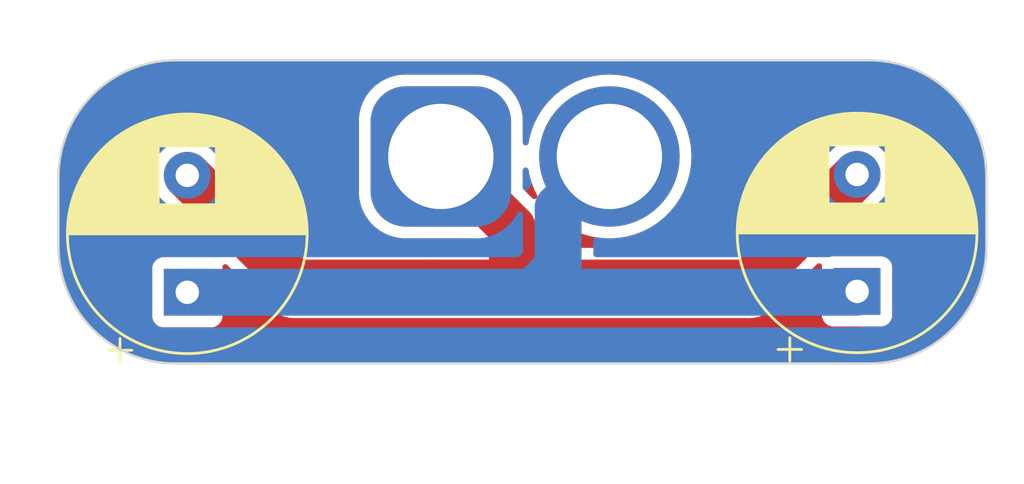
<source format=kicad_pcb>
(kicad_pcb (version 20221018) (generator pcbnew)
  (layers (0 "F.Cu" signal) (31 "B.Cu" signal) (34 "B.Paste" user) (35 "F.Paste" user) (36 "B.SilkS" user "B.Silkscreen") (37 "F.SilkS" user "F.Silkscreen") (38 "B.Mask" user) (39 "F.Mask" user) (44 "Edge.Cuts" user))
  (net 0 "")
  (footprint "Connector_AMASS:AMASS_XT60-F_1x02_P7.20mm_Vertical" (layer "F.Cu") (at 141.24 97.16)
    (fp_text reference "REF**" hide)
    (fp_text value "AMASS_XT60-F_1x02_P7.20mm_Vertical" hide)
    (pad "1" thru_hole roundrect (at 0 0) (size 6 6) (drill 4.5) (layers "*.Cu" "*.Mask"))
    (pad "2" thru_hole circle (at 7.2 0) (size 6 6) (drill 4.5) (layers "*.Cu" "*.Mask"))
  )
  (footprint "Capacitor_THT:CP_Radial_D10.0mm_P5.00mm" (layer "F.Cu") (at 159.02 102.93 90)
    (fp_text reference "REF**" hide)
    (fp_text value "CP_Radial_D10.0mm_P5.00mm" hide)
    (fp_line (start -2.979646 -2.875) (end -1.979646 -2.875) (stroke (width 0.12)) (layer "F.SilkS"))
    (fp_line (start -2.479646 -3.375) (end -2.479646 -2.375) (stroke (width 0.12)) (layer "F.SilkS"))
    (fp_line (start 2.5 -5.08) (end 2.5 5.08) (stroke (width 0.12)) (layer "F.SilkS"))
    (fp_line (start 2.54 -5.08) (end 2.54 5.08) (stroke (width 0.12)) (layer "F.SilkS"))
    (fp_line (start 2.58 -5.08) (end 2.58 5.08) (stroke (width 0.12)) (layer "F.SilkS"))
    (fp_line (start 2.62 -5.079) (end 2.62 5.079) (stroke (width 0.12)) (layer "F.SilkS"))
    (fp_line (start 2.66 -5.078) (end 2.66 5.078) (stroke (width 0.12)) (layer "F.SilkS"))
    (fp_line (start 2.7 -5.077) (end 2.7 5.077) (stroke (width 0.12)) (layer "F.SilkS"))
    (fp_line (start 2.74 -5.075) (end 2.74 5.075) (stroke (width 0.12)) (layer "F.SilkS"))
    (fp_line (start 2.78 -5.073) (end 2.78 5.073) (stroke (width 0.12)) (layer "F.SilkS"))
    (fp_line (start 2.82 -5.07) (end 2.82 5.07) (stroke (width 0.12)) (layer "F.SilkS"))
    (fp_line (start 2.86 -5.068) (end 2.86 5.068) (stroke (width 0.12)) (layer "F.SilkS"))
    (fp_line (start 2.9 -5.065) (end 2.9 5.065) (stroke (width 0.12)) (layer "F.SilkS"))
    (fp_line (start 2.94 -5.062) (end 2.94 5.062) (stroke (width 0.12)) (layer "F.SilkS"))
    (fp_line (start 2.98 -5.058) (end 2.98 5.058) (stroke (width 0.12)) (layer "F.SilkS"))
    (fp_line (start 3.02 -5.054) (end 3.02 5.054) (stroke (width 0.12)) (layer "F.SilkS"))
    (fp_line (start 3.06 -5.05) (end 3.06 5.05) (stroke (width 0.12)) (layer "F.SilkS"))
    (fp_line (start 3.1 -5.045) (end 3.1 5.045) (stroke (width 0.12)) (layer "F.SilkS"))
    (fp_line (start 3.14 -5.04) (end 3.14 5.04) (stroke (width 0.12)) (layer "F.SilkS"))
    (fp_line (start 3.18 -5.035) (end 3.18 5.035) (stroke (width 0.12)) (layer "F.SilkS"))
    (fp_line (start 3.221 -5.03) (end 3.221 5.03) (stroke (width 0.12)) (layer "F.SilkS"))
    (fp_line (start 3.261 -5.024) (end 3.261 5.024) (stroke (width 0.12)) (layer "F.SilkS"))
    (fp_line (start 3.301 -5.018) (end 3.301 5.018) (stroke (width 0.12)) (layer "F.SilkS"))
    (fp_line (start 3.341 -5.011) (end 3.341 5.011) (stroke (width 0.12)) (layer "F.SilkS"))
    (fp_line (start 3.381 -5.004) (end 3.381 5.004) (stroke (width 0.12)) (layer "F.SilkS"))
    (fp_line (start 3.421 -4.997) (end 3.421 4.997) (stroke (width 0.12)) (layer "F.SilkS"))
    (fp_line (start 3.461 -4.99) (end 3.461 4.99) (stroke (width 0.12)) (layer "F.SilkS"))
    (fp_line (start 3.501 -4.982) (end 3.501 4.982) (stroke (width 0.12)) (layer "F.SilkS"))
    (fp_line (start 3.541 -4.974) (end 3.541 4.974) (stroke (width 0.12)) (layer "F.SilkS"))
    (fp_line (start 3.581 -4.965) (end 3.581 4.965) (stroke (width 0.12)) (layer "F.SilkS"))
    (fp_line (start 3.621 -4.956) (end 3.621 4.956) (stroke (width 0.12)) (layer "F.SilkS"))
    (fp_line (start 3.661 -4.947) (end 3.661 4.947) (stroke (width 0.12)) (layer "F.SilkS"))
    (fp_line (start 3.701 -4.938) (end 3.701 4.938) (stroke (width 0.12)) (layer "F.SilkS"))
    (fp_line (start 3.741 -4.928) (end 3.741 4.928) (stroke (width 0.12)) (layer "F.SilkS"))
    (fp_line (start 3.781 -4.918) (end 3.781 -1.241) (stroke (width 0.12)) (layer "F.SilkS"))
    (fp_line (start 3.781 1.241) (end 3.781 4.918) (stroke (width 0.12)) (layer "F.SilkS"))
    (fp_line (start 3.821 -4.907) (end 3.821 -1.241) (stroke (width 0.12)) (layer "F.SilkS"))
    (fp_line (start 3.821 1.241) (end 3.821 4.907) (stroke (width 0.12)) (layer "F.SilkS"))
    (fp_line (start 3.861 -4.897) (end 3.861 -1.241) (stroke (width 0.12)) (layer "F.SilkS"))
    (fp_line (start 3.861 1.241) (end 3.861 4.897) (stroke (width 0.12)) (layer "F.SilkS"))
    (fp_line (start 3.901 -4.885) (end 3.901 -1.241) (stroke (width 0.12)) (layer "F.SilkS"))
    (fp_line (start 3.901 1.241) (end 3.901 4.885) (stroke (width 0.12)) (layer "F.SilkS"))
    (fp_line (start 3.941 -4.874) (end 3.941 -1.241) (stroke (width 0.12)) (layer "F.SilkS"))
    (fp_line (start 3.941 1.241) (end 3.941 4.874) (stroke (width 0.12)) (layer "F.SilkS"))
    (fp_line (start 3.981 -4.862) (end 3.981 -1.241) (stroke (width 0.12)) (layer "F.SilkS"))
    (fp_line (start 3.981 1.241) (end 3.981 4.862) (stroke (width 0.12)) (layer "F.SilkS"))
    (fp_line (start 4.021 -4.85) (end 4.021 -1.241) (stroke (width 0.12)) (layer "F.SilkS"))
    (fp_line (start 4.021 1.241) (end 4.021 4.85) (stroke (width 0.12)) (layer "F.SilkS"))
    (fp_line (start 4.061 -4.837) (end 4.061 -1.241) (stroke (width 0.12)) (layer "F.SilkS"))
    (fp_line (start 4.061 1.241) (end 4.061 4.837) (stroke (width 0.12)) (layer "F.SilkS"))
    (fp_line (start 4.101 -4.824) (end 4.101 -1.241) (stroke (width 0.12)) (layer "F.SilkS"))
    (fp_line (start 4.101 1.241) (end 4.101 4.824) (stroke (width 0.12)) (layer "F.SilkS"))
    (fp_line (start 4.141 -4.811) (end 4.141 -1.241) (stroke (width 0.12)) (layer "F.SilkS"))
    (fp_line (start 4.141 1.241) (end 4.141 4.811) (stroke (width 0.12)) (layer "F.SilkS"))
    (fp_line (start 4.181 -4.797) (end 4.181 -1.241) (stroke (width 0.12)) (layer "F.SilkS"))
    (fp_line (start 4.181 1.241) (end 4.181 4.797) (stroke (width 0.12)) (layer "F.SilkS"))
    (fp_line (start 4.221 -4.783) (end 4.221 -1.241) (stroke (width 0.12)) (layer "F.SilkS"))
    (fp_line (start 4.221 1.241) (end 4.221 4.783) (stroke (width 0.12)) (layer "F.SilkS"))
    (fp_line (start 4.261 -4.768) (end 4.261 -1.241) (stroke (width 0.12)) (layer "F.SilkS"))
    (fp_line (start 4.261 1.241) (end 4.261 4.768) (stroke (width 0.12)) (layer "F.SilkS"))
    (fp_line (start 4.301 -4.754) (end 4.301 -1.241) (stroke (width 0.12)) (layer "F.SilkS"))
    (fp_line (start 4.301 1.241) (end 4.301 4.754) (stroke (width 0.12)) (layer "F.SilkS"))
    (fp_line (start 4.341 -4.738) (end 4.341 -1.241) (stroke (width 0.12)) (layer "F.SilkS"))
    (fp_line (start 4.341 1.241) (end 4.341 4.738) (stroke (width 0.12)) (layer "F.SilkS"))
    (fp_line (start 4.381 -4.723) (end 4.381 -1.241) (stroke (width 0.12)) (layer "F.SilkS"))
    (fp_line (start 4.381 1.241) (end 4.381 4.723) (stroke (width 0.12)) (layer "F.SilkS"))
    (fp_line (start 4.421 -4.707) (end 4.421 -1.241) (stroke (width 0.12)) (layer "F.SilkS"))
    (fp_line (start 4.421 1.241) (end 4.421 4.707) (stroke (width 0.12)) (layer "F.SilkS"))
    (fp_line (start 4.461 -4.69) (end 4.461 -1.241) (stroke (width 0.12)) (layer "F.SilkS"))
    (fp_line (start 4.461 1.241) (end 4.461 4.69) (stroke (width 0.12)) (layer "F.SilkS"))
    (fp_line (start 4.501 -4.674) (end 4.501 -1.241) (stroke (width 0.12)) (layer "F.SilkS"))
    (fp_line (start 4.501 1.241) (end 4.501 4.674) (stroke (width 0.12)) (layer "F.SilkS"))
    (fp_line (start 4.541 -4.657) (end 4.541 -1.241) (stroke (width 0.12)) (layer "F.SilkS"))
    (fp_line (start 4.541 1.241) (end 4.541 4.657) (stroke (width 0.12)) (layer "F.SilkS"))
    (fp_line (start 4.581 -4.639) (end 4.581 -1.241) (stroke (width 0.12)) (layer "F.SilkS"))
    (fp_line (start 4.581 1.241) (end 4.581 4.639) (stroke (width 0.12)) (layer "F.SilkS"))
    (fp_line (start 4.621 -4.621) (end 4.621 -1.241) (stroke (width 0.12)) (layer "F.SilkS"))
    (fp_line (start 4.621 1.241) (end 4.621 4.621) (stroke (width 0.12)) (layer "F.SilkS"))
    (fp_line (start 4.661 -4.603) (end 4.661 -1.241) (stroke (width 0.12)) (layer "F.SilkS"))
    (fp_line (start 4.661 1.241) (end 4.661 4.603) (stroke (width 0.12)) (layer "F.SilkS"))
    (fp_line (start 4.701 -4.584) (end 4.701 -1.241) (stroke (width 0.12)) (layer "F.SilkS"))
    (fp_line (start 4.701 1.241) (end 4.701 4.584) (stroke (width 0.12)) (layer "F.SilkS"))
    (fp_line (start 4.741 -4.564) (end 4.741 -1.241) (stroke (width 0.12)) (layer "F.SilkS"))
    (fp_line (start 4.741 1.241) (end 4.741 4.564) (stroke (width 0.12)) (layer "F.SilkS"))
    (fp_line (start 4.781 -4.545) (end 4.781 -1.241) (stroke (width 0.12)) (layer "F.SilkS"))
    (fp_line (start 4.781 1.241) (end 4.781 4.545) (stroke (width 0.12)) (layer "F.SilkS"))
    (fp_line (start 4.821 -4.525) (end 4.821 -1.241) (stroke (width 0.12)) (layer "F.SilkS"))
    (fp_line (start 4.821 1.241) (end 4.821 4.525) (stroke (width 0.12)) (layer "F.SilkS"))
    (fp_line (start 4.861 -4.504) (end 4.861 -1.241) (stroke (width 0.12)) (layer "F.SilkS"))
    (fp_line (start 4.861 1.241) (end 4.861 4.504) (stroke (width 0.12)) (layer "F.SilkS"))
    (fp_line (start 4.901 -4.483) (end 4.901 -1.241) (stroke (width 0.12)) (layer "F.SilkS"))
    (fp_line (start 4.901 1.241) (end 4.901 4.483) (stroke (width 0.12)) (layer "F.SilkS"))
    (fp_line (start 4.941 -4.462) (end 4.941 -1.241) (stroke (width 0.12)) (layer "F.SilkS"))
    (fp_line (start 4.941 1.241) (end 4.941 4.462) (stroke (width 0.12)) (layer "F.SilkS"))
    (fp_line (start 4.981 -4.44) (end 4.981 -1.241) (stroke (width 0.12)) (layer "F.SilkS"))
    (fp_line (start 4.981 1.241) (end 4.981 4.44) (stroke (width 0.12)) (layer "F.SilkS"))
    (fp_line (start 5.021 -4.417) (end 5.021 -1.241) (stroke (width 0.12)) (layer "F.SilkS"))
    (fp_line (start 5.021 1.241) (end 5.021 4.417) (stroke (width 0.12)) (layer "F.SilkS"))
    (fp_line (start 5.061 -4.395) (end 5.061 -1.241) (stroke (width 0.12)) (layer "F.SilkS"))
    (fp_line (start 5.061 1.241) (end 5.061 4.395) (stroke (width 0.12)) (layer "F.SilkS"))
    (fp_line (start 5.101 -4.371) (end 5.101 -1.241) (stroke (width 0.12)) (layer "F.SilkS"))
    (fp_line (start 5.101 1.241) (end 5.101 4.371) (stroke (width 0.12)) (layer "F.SilkS"))
    (fp_line (start 5.141 -4.347) (end 5.141 -1.241) (stroke (width 0.12)) (layer "F.SilkS"))
    (fp_line (start 5.141 1.241) (end 5.141 4.347) (stroke (width 0.12)) (layer "F.SilkS"))
    (fp_line (start 5.181 -4.323) (end 5.181 -1.241) (stroke (width 0.12)) (layer "F.SilkS"))
    (fp_line (start 5.181 1.241) (end 5.181 4.323) (stroke (width 0.12)) (layer "F.SilkS"))
    (fp_line (start 5.221 -4.298) (end 5.221 -1.241) (stroke (width 0.12)) (layer "F.SilkS"))
    (fp_line (start 5.221 1.241) (end 5.221 4.298) (stroke (width 0.12)) (layer "F.SilkS"))
    (fp_line (start 5.261 -4.273) (end 5.261 -1.241) (stroke (width 0.12)) (layer "F.SilkS"))
    (fp_line (start 5.261 1.241) (end 5.261 4.273) (stroke (width 0.12)) (layer "F.SilkS"))
    (fp_line (start 5.301 -4.247) (end 5.301 -1.241) (stroke (width 0.12)) (layer "F.SilkS"))
    (fp_line (start 5.301 1.241) (end 5.301 4.247) (stroke (width 0.12)) (layer "F.SilkS"))
    (fp_line (start 5.341 -4.221) (end 5.341 -1.241) (stroke (width 0.12)) (layer "F.SilkS"))
    (fp_line (start 5.341 1.241) (end 5.341 4.221) (stroke (width 0.12)) (layer "F.SilkS"))
    (fp_line (start 5.381 -4.194) (end 5.381 -1.241) (stroke (width 0.12)) (layer "F.SilkS"))
    (fp_line (start 5.381 1.241) (end 5.381 4.194) (stroke (width 0.12)) (layer "F.SilkS"))
    (fp_line (start 5.421 -4.166) (end 5.421 -1.241) (stroke (width 0.12)) (layer "F.SilkS"))
    (fp_line (start 5.421 1.241) (end 5.421 4.166) (stroke (width 0.12)) (layer "F.SilkS"))
    (fp_line (start 5.461 -4.138) (end 5.461 -1.241) (stroke (width 0.12)) (layer "F.SilkS"))
    (fp_line (start 5.461 1.241) (end 5.461 4.138) (stroke (width 0.12)) (layer "F.SilkS"))
    (fp_line (start 5.501 -4.11) (end 5.501 -1.241) (stroke (width 0.12)) (layer "F.SilkS"))
    (fp_line (start 5.501 1.241) (end 5.501 4.11) (stroke (width 0.12)) (layer "F.SilkS"))
    (fp_line (start 5.541 -4.08) (end 5.541 -1.241) (stroke (width 0.12)) (layer "F.SilkS"))
    (fp_line (start 5.541 1.241) (end 5.541 4.08) (stroke (width 0.12)) (layer "F.SilkS"))
    (fp_line (start 5.581 -4.05) (end 5.581 -1.241) (stroke (width 0.12)) (layer "F.SilkS"))
    (fp_line (start 5.581 1.241) (end 5.581 4.05) (stroke (width 0.12)) (layer "F.SilkS"))
    (fp_line (start 5.621 -4.02) (end 5.621 -1.241) (stroke (width 0.12)) (layer "F.SilkS"))
    (fp_line (start 5.621 1.241) (end 5.621 4.02) (stroke (width 0.12)) (layer "F.SilkS"))
    (fp_line (start 5.661 -3.989) (end 5.661 -1.241) (stroke (width 0.12)) (layer "F.SilkS"))
    (fp_line (start 5.661 1.241) (end 5.661 3.989) (stroke (width 0.12)) (layer "F.SilkS"))
    (fp_line (start 5.701 -3.957) (end 5.701 -1.241) (stroke (width 0.12)) (layer "F.SilkS"))
    (fp_line (start 5.701 1.241) (end 5.701 3.957) (stroke (width 0.12)) (layer "F.SilkS"))
    (fp_line (start 5.741 -3.925) (end 5.741 -1.241) (stroke (width 0.12)) (layer "F.SilkS"))
    (fp_line (start 5.741 1.241) (end 5.741 3.925) (stroke (width 0.12)) (layer "F.SilkS"))
    (fp_line (start 5.781 -3.892) (end 5.781 -1.241) (stroke (width 0.12)) (layer "F.SilkS"))
    (fp_line (start 5.781 1.241) (end 5.781 3.892) (stroke (width 0.12)) (layer "F.SilkS"))
    (fp_line (start 5.821 -3.858) (end 5.821 -1.241) (stroke (width 0.12)) (layer "F.SilkS"))
    (fp_line (start 5.821 1.241) (end 5.821 3.858) (stroke (width 0.12)) (layer "F.SilkS"))
    (fp_line (start 5.861 -3.824) (end 5.861 -1.241) (stroke (width 0.12)) (layer "F.SilkS"))
    (fp_line (start 5.861 1.241) (end 5.861 3.824) (stroke (width 0.12)) (layer "F.SilkS"))
    (fp_line (start 5.901 -3.789) (end 5.901 -1.241) (stroke (width 0.12)) (layer "F.SilkS"))
    (fp_line (start 5.901 1.241) (end 5.901 3.789) (stroke (width 0.12)) (layer "F.SilkS"))
    (fp_line (start 5.941 -3.753) (end 5.941 -1.241) (stroke (width 0.12)) (layer "F.SilkS"))
    (fp_line (start 5.941 1.241) (end 5.941 3.753) (stroke (width 0.12)) (layer "F.SilkS"))
    (fp_line (start 5.981 -3.716) (end 5.981 -1.241) (stroke (width 0.12)) (layer "F.SilkS"))
    (fp_line (start 5.981 1.241) (end 5.981 3.716) (stroke (width 0.12)) (layer "F.SilkS"))
    (fp_line (start 6.021 -3.679) (end 6.021 -1.241) (stroke (width 0.12)) (layer "F.SilkS"))
    (fp_line (start 6.021 1.241) (end 6.021 3.679) (stroke (width 0.12)) (layer "F.SilkS"))
    (fp_line (start 6.061 -3.64) (end 6.061 -1.241) (stroke (width 0.12)) (layer "F.SilkS"))
    (fp_line (start 6.061 1.241) (end 6.061 3.64) (stroke (width 0.12)) (layer "F.SilkS"))
    (fp_line (start 6.101 -3.601) (end 6.101 -1.241) (stroke (width 0.12)) (layer "F.SilkS"))
    (fp_line (start 6.101 1.241) (end 6.101 3.601) (stroke (width 0.12)) (layer "F.SilkS"))
    (fp_line (start 6.141 -3.561) (end 6.141 -1.241) (stroke (width 0.12)) (layer "F.SilkS"))
    (fp_line (start 6.141 1.241) (end 6.141 3.561) (stroke (width 0.12)) (layer "F.SilkS"))
    (fp_line (start 6.181 -3.52) (end 6.181 -1.241) (stroke (width 0.12)) (layer "F.SilkS"))
    (fp_line (start 6.181 1.241) (end 6.181 3.52) (stroke (width 0.12)) (layer "F.SilkS"))
    (fp_line (start 6.221 -3.478) (end 6.221 -1.241) (stroke (width 0.12)) (layer "F.SilkS"))
    (fp_line (start 6.221 1.241) (end 6.221 3.478) (stroke (width 0.12)) (layer "F.SilkS"))
    (fp_line (start 6.261 -3.436) (end 6.261 3.436) (stroke (width 0.12)) (layer "F.SilkS"))
    (fp_line (start 6.301 -3.392) (end 6.301 3.392) (stroke (width 0.12)) (layer "F.SilkS"))
    (fp_line (start 6.341 -3.347) (end 6.341 3.347) (stroke (width 0.12)) (layer "F.SilkS"))
    (fp_line (start 6.381 -3.301) (end 6.381 3.301) (stroke (width 0.12)) (layer "F.SilkS"))
    (fp_line (start 6.421 -3.254) (end 6.421 3.254) (stroke (width 0.12)) (layer "F.SilkS"))
    (fp_line (start 6.461 -3.206) (end 6.461 3.206) (stroke (width 0.12)) (layer "F.SilkS"))
    (fp_line (start 6.501 -3.156) (end 6.501 3.156) (stroke (width 0.12)) (layer "F.SilkS"))
    (fp_line (start 6.541 -3.106) (end 6.541 3.106) (stroke (width 0.12)) (layer "F.SilkS"))
    (fp_line (start 6.581 -3.054) (end 6.581 3.054) (stroke (width 0.12)) (layer "F.SilkS"))
    (fp_line (start 6.621 -3) (end 6.621 3) (stroke (width 0.12)) (layer "F.SilkS"))
    (fp_line (start 6.661 -2.945) (end 6.661 2.945) (stroke (width 0.12)) (layer "F.SilkS"))
    (fp_line (start 6.701 -2.889) (end 6.701 2.889) (stroke (width 0.12)) (layer "F.SilkS"))
    (fp_line (start 6.741 -2.83) (end 6.741 2.83) (stroke (width 0.12)) (layer "F.SilkS"))
    (fp_line (start 6.781 -2.77) (end 6.781 2.77) (stroke (width 0.12)) (layer "F.SilkS"))
    (fp_line (start 6.821 -2.709) (end 6.821 2.709) (stroke (width 0.12)) (layer "F.SilkS"))
    (fp_line (start 6.861 -2.645) (end 6.861 2.645) (stroke (width 0.12)) (layer "F.SilkS"))
    (fp_line (start 6.901 -2.579) (end 6.901 2.579) (stroke (width 0.12)) (layer "F.SilkS"))
    (fp_line (start 6.941 -2.51) (end 6.941 2.51) (stroke (width 0.12)) (layer "F.SilkS"))
    (fp_line (start 6.981 -2.439) (end 6.981 2.439) (stroke (width 0.12)) (layer "F.SilkS"))
    (fp_line (start 7.021 -2.365) (end 7.021 2.365) (stroke (width 0.12)) (layer "F.SilkS"))
    (fp_line (start 7.061 -2.289) (end 7.061 2.289) (stroke (width 0.12)) (layer "F.SilkS"))
    (fp_line (start 7.101 -2.209) (end 7.101 2.209) (stroke (width 0.12)) (layer "F.SilkS"))
    (fp_line (start 7.141 -2.125) (end 7.141 2.125) (stroke (width 0.12)) (layer "F.SilkS"))
    (fp_line (start 7.181 -2.037) (end 7.181 2.037) (stroke (width 0.12)) (layer "F.SilkS"))
    (fp_line (start 7.221 -1.944) (end 7.221 1.944) (stroke (width 0.12)) (layer "F.SilkS"))
    (fp_line (start 7.261 -1.846) (end 7.261 1.846) (stroke (width 0.12)) (layer "F.SilkS"))
    (fp_line (start 7.301 -1.742) (end 7.301 1.742) (stroke (width 0.12)) (layer "F.SilkS"))
    (fp_line (start 7.341 -1.63) (end 7.341 1.63) (stroke (width 0.12)) (layer "F.SilkS"))
    (fp_line (start 7.381 -1.51) (end 7.381 1.51) (stroke (width 0.12)) (layer "F.SilkS"))
    (fp_line (start 7.421 -1.378) (end 7.421 1.378) (stroke (width 0.12)) (layer "F.SilkS"))
    (fp_line (start 7.461 -1.23) (end 7.461 1.23) (stroke (width 0.12)) (layer "F.SilkS"))
    (fp_line (start 7.501 -1.062) (end 7.501 1.062) (stroke (width 0.12)) (layer "F.SilkS"))
    (fp_line (start 7.541 -0.862) (end 7.541 0.862) (stroke (width 0.12)) (layer "F.SilkS"))
    (fp_line (start 7.581 -0.599) (end 7.581 0.599) (stroke (width 0.12)) (layer "F.SilkS"))
    (fp_circle (center 2.5 0) (end 7.62 0) (stroke (width 0.12)) (fill none) (layer "F.SilkS"))
    (pad "1" thru_hole rect (at 0 0 90) (size 2 2) (drill 1) (layers "*.Cu" "*.Mask"))
    (pad "2" thru_hole circle (at 5 0 90) (size 2 2) (drill 1) (layers "*.Cu" "*.Mask"))
  )
  (footprint "Capacitor_THT:CP_Radial_D10.0mm_P5.00mm" (layer "F.Cu") (at 130.41 102.967677 90)
    (fp_text reference "REF**" hide)
    (fp_text value "CP_Radial_D10.0mm_P5.00mm" hide)
    (fp_line (start -2.979646 -2.875) (end -1.979646 -2.875) (stroke (width 0.12)) (layer "F.SilkS"))
    (fp_line (start -2.479646 -3.375) (end -2.479646 -2.375) (stroke (width 0.12)) (layer "F.SilkS"))
    (fp_line (start 2.5 -5.08) (end 2.5 5.08) (stroke (width 0.12)) (layer "F.SilkS"))
    (fp_line (start 2.54 -5.08) (end 2.54 5.08) (stroke (width 0.12)) (layer "F.SilkS"))
    (fp_line (start 2.58 -5.08) (end 2.58 5.08) (stroke (width 0.12)) (layer "F.SilkS"))
    (fp_line (start 2.62 -5.079) (end 2.62 5.079) (stroke (width 0.12)) (layer "F.SilkS"))
    (fp_line (start 2.66 -5.078) (end 2.66 5.078) (stroke (width 0.12)) (layer "F.SilkS"))
    (fp_line (start 2.7 -5.077) (end 2.7 5.077) (stroke (width 0.12)) (layer "F.SilkS"))
    (fp_line (start 2.74 -5.075) (end 2.74 5.075) (stroke (width 0.12)) (layer "F.SilkS"))
    (fp_line (start 2.78 -5.073) (end 2.78 5.073) (stroke (width 0.12)) (layer "F.SilkS"))
    (fp_line (start 2.82 -5.07) (end 2.82 5.07) (stroke (width 0.12)) (layer "F.SilkS"))
    (fp_line (start 2.86 -5.068) (end 2.86 5.068) (stroke (width 0.12)) (layer "F.SilkS"))
    (fp_line (start 2.9 -5.065) (end 2.9 5.065) (stroke (width 0.12)) (layer "F.SilkS"))
    (fp_line (start 2.94 -5.062) (end 2.94 5.062) (stroke (width 0.12)) (layer "F.SilkS"))
    (fp_line (start 2.98 -5.058) (end 2.98 5.058) (stroke (width 0.12)) (layer "F.SilkS"))
    (fp_line (start 3.02 -5.054) (end 3.02 5.054) (stroke (width 0.12)) (layer "F.SilkS"))
    (fp_line (start 3.06 -5.05) (end 3.06 5.05) (stroke (width 0.12)) (layer "F.SilkS"))
    (fp_line (start 3.1 -5.045) (end 3.1 5.045) (stroke (width 0.12)) (layer "F.SilkS"))
    (fp_line (start 3.14 -5.04) (end 3.14 5.04) (stroke (width 0.12)) (layer "F.SilkS"))
    (fp_line (start 3.18 -5.035) (end 3.18 5.035) (stroke (width 0.12)) (layer "F.SilkS"))
    (fp_line (start 3.221 -5.03) (end 3.221 5.03) (stroke (width 0.12)) (layer "F.SilkS"))
    (fp_line (start 3.261 -5.024) (end 3.261 5.024) (stroke (width 0.12)) (layer "F.SilkS"))
    (fp_line (start 3.301 -5.018) (end 3.301 5.018) (stroke (width 0.12)) (layer "F.SilkS"))
    (fp_line (start 3.341 -5.011) (end 3.341 5.011) (stroke (width 0.12)) (layer "F.SilkS"))
    (fp_line (start 3.381 -5.004) (end 3.381 5.004) (stroke (width 0.12)) (layer "F.SilkS"))
    (fp_line (start 3.421 -4.997) (end 3.421 4.997) (stroke (width 0.12)) (layer "F.SilkS"))
    (fp_line (start 3.461 -4.99) (end 3.461 4.99) (stroke (width 0.12)) (layer "F.SilkS"))
    (fp_line (start 3.501 -4.982) (end 3.501 4.982) (stroke (width 0.12)) (layer "F.SilkS"))
    (fp_line (start 3.541 -4.974) (end 3.541 4.974) (stroke (width 0.12)) (layer "F.SilkS"))
    (fp_line (start 3.581 -4.965) (end 3.581 4.965) (stroke (width 0.12)) (layer "F.SilkS"))
    (fp_line (start 3.621 -4.956) (end 3.621 4.956) (stroke (width 0.12)) (layer "F.SilkS"))
    (fp_line (start 3.661 -4.947) (end 3.661 4.947) (stroke (width 0.12)) (layer "F.SilkS"))
    (fp_line (start 3.701 -4.938) (end 3.701 4.938) (stroke (width 0.12)) (layer "F.SilkS"))
    (fp_line (start 3.741 -4.928) (end 3.741 4.928) (stroke (width 0.12)) (layer "F.SilkS"))
    (fp_line (start 3.781 -4.918) (end 3.781 -1.241) (stroke (width 0.12)) (layer "F.SilkS"))
    (fp_line (start 3.781 1.241) (end 3.781 4.918) (stroke (width 0.12)) (layer "F.SilkS"))
    (fp_line (start 3.821 -4.907) (end 3.821 -1.241) (stroke (width 0.12)) (layer "F.SilkS"))
    (fp_line (start 3.821 1.241) (end 3.821 4.907) (stroke (width 0.12)) (layer "F.SilkS"))
    (fp_line (start 3.861 -4.897) (end 3.861 -1.241) (stroke (width 0.12)) (layer "F.SilkS"))
    (fp_line (start 3.861 1.241) (end 3.861 4.897) (stroke (width 0.12)) (layer "F.SilkS"))
    (fp_line (start 3.901 -4.885) (end 3.901 -1.241) (stroke (width 0.12)) (layer "F.SilkS"))
    (fp_line (start 3.901 1.241) (end 3.901 4.885) (stroke (width 0.12)) (layer "F.SilkS"))
    (fp_line (start 3.941 -4.874) (end 3.941 -1.241) (stroke (width 0.12)) (layer "F.SilkS"))
    (fp_line (start 3.941 1.241) (end 3.941 4.874) (stroke (width 0.12)) (layer "F.SilkS"))
    (fp_line (start 3.981 -4.862) (end 3.981 -1.241) (stroke (width 0.12)) (layer "F.SilkS"))
    (fp_line (start 3.981 1.241) (end 3.981 4.862) (stroke (width 0.12)) (layer "F.SilkS"))
    (fp_line (start 4.021 -4.85) (end 4.021 -1.241) (stroke (width 0.12)) (layer "F.SilkS"))
    (fp_line (start 4.021 1.241) (end 4.021 4.85) (stroke (width 0.12)) (layer "F.SilkS"))
    (fp_line (start 4.061 -4.837) (end 4.061 -1.241) (stroke (width 0.12)) (layer "F.SilkS"))
    (fp_line (start 4.061 1.241) (end 4.061 4.837) (stroke (width 0.12)) (layer "F.SilkS"))
    (fp_line (start 4.101 -4.824) (end 4.101 -1.241) (stroke (width 0.12)) (layer "F.SilkS"))
    (fp_line (start 4.101 1.241) (end 4.101 4.824) (stroke (width 0.12)) (layer "F.SilkS"))
    (fp_line (start 4.141 -4.811) (end 4.141 -1.241) (stroke (width 0.12)) (layer "F.SilkS"))
    (fp_line (start 4.141 1.241) (end 4.141 4.811) (stroke (width 0.12)) (layer "F.SilkS"))
    (fp_line (start 4.181 -4.797) (end 4.181 -1.241) (stroke (width 0.12)) (layer "F.SilkS"))
    (fp_line (start 4.181 1.241) (end 4.181 4.797) (stroke (width 0.12)) (layer "F.SilkS"))
    (fp_line (start 4.221 -4.783) (end 4.221 -1.241) (stroke (width 0.12)) (layer "F.SilkS"))
    (fp_line (start 4.221 1.241) (end 4.221 4.783) (stroke (width 0.12)) (layer "F.SilkS"))
    (fp_line (start 4.261 -4.768) (end 4.261 -1.241) (stroke (width 0.12)) (layer "F.SilkS"))
    (fp_line (start 4.261 1.241) (end 4.261 4.768) (stroke (width 0.12)) (layer "F.SilkS"))
    (fp_line (start 4.301 -4.754) (end 4.301 -1.241) (stroke (width 0.12)) (layer "F.SilkS"))
    (fp_line (start 4.301 1.241) (end 4.301 4.754) (stroke (width 0.12)) (layer "F.SilkS"))
    (fp_line (start 4.341 -4.738) (end 4.341 -1.241) (stroke (width 0.12)) (layer "F.SilkS"))
    (fp_line (start 4.341 1.241) (end 4.341 4.738) (stroke (width 0.12)) (layer "F.SilkS"))
    (fp_line (start 4.381 -4.723) (end 4.381 -1.241) (stroke (width 0.12)) (layer "F.SilkS"))
    (fp_line (start 4.381 1.241) (end 4.381 4.723) (stroke (width 0.12)) (layer "F.SilkS"))
    (fp_line (start 4.421 -4.707) (end 4.421 -1.241) (stroke (width 0.12)) (layer "F.SilkS"))
    (fp_line (start 4.421 1.241) (end 4.421 4.707) (stroke (width 0.12)) (layer "F.SilkS"))
    (fp_line (start 4.461 -4.69) (end 4.461 -1.241) (stroke (width 0.12)) (layer "F.SilkS"))
    (fp_line (start 4.461 1.241) (end 4.461 4.69) (stroke (width 0.12)) (layer "F.SilkS"))
    (fp_line (start 4.501 -4.674) (end 4.501 -1.241) (stroke (width 0.12)) (layer "F.SilkS"))
    (fp_line (start 4.501 1.241) (end 4.501 4.674) (stroke (width 0.12)) (layer "F.SilkS"))
    (fp_line (start 4.541 -4.657) (end 4.541 -1.241) (stroke (width 0.12)) (layer "F.SilkS"))
    (fp_line (start 4.541 1.241) (end 4.541 4.657) (stroke (width 0.12)) (layer "F.SilkS"))
    (fp_line (start 4.581 -4.639) (end 4.581 -1.241) (stroke (width 0.12)) (layer "F.SilkS"))
    (fp_line (start 4.581 1.241) (end 4.581 4.639) (stroke (width 0.12)) (layer "F.SilkS"))
    (fp_line (start 4.621 -4.621) (end 4.621 -1.241) (stroke (width 0.12)) (layer "F.SilkS"))
    (fp_line (start 4.621 1.241) (end 4.621 4.621) (stroke (width 0.12)) (layer "F.SilkS"))
    (fp_line (start 4.661 -4.603) (end 4.661 -1.241) (stroke (width 0.12)) (layer "F.SilkS"))
    (fp_line (start 4.661 1.241) (end 4.661 4.603) (stroke (width 0.12)) (layer "F.SilkS"))
    (fp_line (start 4.701 -4.584) (end 4.701 -1.241) (stroke (width 0.12)) (layer "F.SilkS"))
    (fp_line (start 4.701 1.241) (end 4.701 4.584) (stroke (width 0.12)) (layer "F.SilkS"))
    (fp_line (start 4.741 -4.564) (end 4.741 -1.241) (stroke (width 0.12)) (layer "F.SilkS"))
    (fp_line (start 4.741 1.241) (end 4.741 4.564) (stroke (width 0.12)) (layer "F.SilkS"))
    (fp_line (start 4.781 -4.545) (end 4.781 -1.241) (stroke (width 0.12)) (layer "F.SilkS"))
    (fp_line (start 4.781 1.241) (end 4.781 4.545) (stroke (width 0.12)) (layer "F.SilkS"))
    (fp_line (start 4.821 -4.525) (end 4.821 -1.241) (stroke (width 0.12)) (layer "F.SilkS"))
    (fp_line (start 4.821 1.241) (end 4.821 4.525) (stroke (width 0.12)) (layer "F.SilkS"))
    (fp_line (start 4.861 -4.504) (end 4.861 -1.241) (stroke (width 0.12)) (layer "F.SilkS"))
    (fp_line (start 4.861 1.241) (end 4.861 4.504) (stroke (width 0.12)) (layer "F.SilkS"))
    (fp_line (start 4.901 -4.483) (end 4.901 -1.241) (stroke (width 0.12)) (layer "F.SilkS"))
    (fp_line (start 4.901 1.241) (end 4.901 4.483) (stroke (width 0.12)) (layer "F.SilkS"))
    (fp_line (start 4.941 -4.462) (end 4.941 -1.241) (stroke (width 0.12)) (layer "F.SilkS"))
    (fp_line (start 4.941 1.241) (end 4.941 4.462) (stroke (width 0.12)) (layer "F.SilkS"))
    (fp_line (start 4.981 -4.44) (end 4.981 -1.241) (stroke (width 0.12)) (layer "F.SilkS"))
    (fp_line (start 4.981 1.241) (end 4.981 4.44) (stroke (width 0.12)) (layer "F.SilkS"))
    (fp_line (start 5.021 -4.417) (end 5.021 -1.241) (stroke (width 0.12)) (layer "F.SilkS"))
    (fp_line (start 5.021 1.241) (end 5.021 4.417) (stroke (width 0.12)) (layer "F.SilkS"))
    (fp_line (start 5.061 -4.395) (end 5.061 -1.241) (stroke (width 0.12)) (layer "F.SilkS"))
    (fp_line (start 5.061 1.241) (end 5.061 4.395) (stroke (width 0.12)) (layer "F.SilkS"))
    (fp_line (start 5.101 -4.371) (end 5.101 -1.241) (stroke (width 0.12)) (layer "F.SilkS"))
    (fp_line (start 5.101 1.241) (end 5.101 4.371) (stroke (width 0.12)) (layer "F.SilkS"))
    (fp_line (start 5.141 -4.347) (end 5.141 -1.241) (stroke (width 0.12)) (layer "F.SilkS"))
    (fp_line (start 5.141 1.241) (end 5.141 4.347) (stroke (width 0.12)) (layer "F.SilkS"))
    (fp_line (start 5.181 -4.323) (end 5.181 -1.241) (stroke (width 0.12)) (layer "F.SilkS"))
    (fp_line (start 5.181 1.241) (end 5.181 4.323) (stroke (width 0.12)) (layer "F.SilkS"))
    (fp_line (start 5.221 -4.298) (end 5.221 -1.241) (stroke (width 0.12)) (layer "F.SilkS"))
    (fp_line (start 5.221 1.241) (end 5.221 4.298) (stroke (width 0.12)) (layer "F.SilkS"))
    (fp_line (start 5.261 -4.273) (end 5.261 -1.241) (stroke (width 0.12)) (layer "F.SilkS"))
    (fp_line (start 5.261 1.241) (end 5.261 4.273) (stroke (width 0.12)) (layer "F.SilkS"))
    (fp_line (start 5.301 -4.247) (end 5.301 -1.241) (stroke (width 0.12)) (layer "F.SilkS"))
    (fp_line (start 5.301 1.241) (end 5.301 4.247) (stroke (width 0.12)) (layer "F.SilkS"))
    (fp_line (start 5.341 -4.221) (end 5.341 -1.241) (stroke (width 0.12)) (layer "F.SilkS"))
    (fp_line (start 5.341 1.241) (end 5.341 4.221) (stroke (width 0.12)) (layer "F.SilkS"))
    (fp_line (start 5.381 -4.194) (end 5.381 -1.241) (stroke (width 0.12)) (layer "F.SilkS"))
    (fp_line (start 5.381 1.241) (end 5.381 4.194) (stroke (width 0.12)) (layer "F.SilkS"))
    (fp_line (start 5.421 -4.166) (end 5.421 -1.241) (stroke (width 0.12)) (layer "F.SilkS"))
    (fp_line (start 5.421 1.241) (end 5.421 4.166) (stroke (width 0.12)) (layer "F.SilkS"))
    (fp_line (start 5.461 -4.138) (end 5.461 -1.241) (stroke (width 0.12)) (layer "F.SilkS"))
    (fp_line (start 5.461 1.241) (end 5.461 4.138) (stroke (width 0.12)) (layer "F.SilkS"))
    (fp_line (start 5.501 -4.11) (end 5.501 -1.241) (stroke (width 0.12)) (layer "F.SilkS"))
    (fp_line (start 5.501 1.241) (end 5.501 4.11) (stroke (width 0.12)) (layer "F.SilkS"))
    (fp_line (start 5.541 -4.08) (end 5.541 -1.241) (stroke (width 0.12)) (layer "F.SilkS"))
    (fp_line (start 5.541 1.241) (end 5.541 4.08) (stroke (width 0.12)) (layer "F.SilkS"))
    (fp_line (start 5.581 -4.05) (end 5.581 -1.241) (stroke (width 0.12)) (layer "F.SilkS"))
    (fp_line (start 5.581 1.241) (end 5.581 4.05) (stroke (width 0.12)) (layer "F.SilkS"))
    (fp_line (start 5.621 -4.02) (end 5.621 -1.241) (stroke (width 0.12)) (layer "F.SilkS"))
    (fp_line (start 5.621 1.241) (end 5.621 4.02) (stroke (width 0.12)) (layer "F.SilkS"))
    (fp_line (start 5.661 -3.989) (end 5.661 -1.241) (stroke (width 0.12)) (layer "F.SilkS"))
    (fp_line (start 5.661 1.241) (end 5.661 3.989) (stroke (width 0.12)) (layer "F.SilkS"))
    (fp_line (start 5.701 -3.957) (end 5.701 -1.241) (stroke (width 0.12)) (layer "F.SilkS"))
    (fp_line (start 5.701 1.241) (end 5.701 3.957) (stroke (width 0.12)) (layer "F.SilkS"))
    (fp_line (start 5.741 -3.925) (end 5.741 -1.241) (stroke (width 0.12)) (layer "F.SilkS"))
    (fp_line (start 5.741 1.241) (end 5.741 3.925) (stroke (width 0.12)) (layer "F.SilkS"))
    (fp_line (start 5.781 -3.892) (end 5.781 -1.241) (stroke (width 0.12)) (layer "F.SilkS"))
    (fp_line (start 5.781 1.241) (end 5.781 3.892) (stroke (width 0.12)) (layer "F.SilkS"))
    (fp_line (start 5.821 -3.858) (end 5.821 -1.241) (stroke (width 0.12)) (layer "F.SilkS"))
    (fp_line (start 5.821 1.241) (end 5.821 3.858) (stroke (width 0.12)) (layer "F.SilkS"))
    (fp_line (start 5.861 -3.824) (end 5.861 -1.241) (stroke (width 0.12)) (layer "F.SilkS"))
    (fp_line (start 5.861 1.241) (end 5.861 3.824) (stroke (width 0.12)) (layer "F.SilkS"))
    (fp_line (start 5.901 -3.789) (end 5.901 -1.241) (stroke (width 0.12)) (layer "F.SilkS"))
    (fp_line (start 5.901 1.241) (end 5.901 3.789) (stroke (width 0.12)) (layer "F.SilkS"))
    (fp_line (start 5.941 -3.753) (end 5.941 -1.241) (stroke (width 0.12)) (layer "F.SilkS"))
    (fp_line (start 5.941 1.241) (end 5.941 3.753) (stroke (width 0.12)) (layer "F.SilkS"))
    (fp_line (start 5.981 -3.716) (end 5.981 -1.241) (stroke (width 0.12)) (layer "F.SilkS"))
    (fp_line (start 5.981 1.241) (end 5.981 3.716) (stroke (width 0.12)) (layer "F.SilkS"))
    (fp_line (start 6.021 -3.679) (end 6.021 -1.241) (stroke (width 0.12)) (layer "F.SilkS"))
    (fp_line (start 6.021 1.241) (end 6.021 3.679) (stroke (width 0.12)) (layer "F.SilkS"))
    (fp_line (start 6.061 -3.64) (end 6.061 -1.241) (stroke (width 0.12)) (layer "F.SilkS"))
    (fp_line (start 6.061 1.241) (end 6.061 3.64) (stroke (width 0.12)) (layer "F.SilkS"))
    (fp_line (start 6.101 -3.601) (end 6.101 -1.241) (stroke (width 0.12)) (layer "F.SilkS"))
    (fp_line (start 6.101 1.241) (end 6.101 3.601) (stroke (width 0.12)) (layer "F.SilkS"))
    (fp_line (start 6.141 -3.561) (end 6.141 -1.241) (stroke (width 0.12)) (layer "F.SilkS"))
    (fp_line (start 6.141 1.241) (end 6.141 3.561) (stroke (width 0.12)) (layer "F.SilkS"))
    (fp_line (start 6.181 -3.52) (end 6.181 -1.241) (stroke (width 0.12)) (layer "F.SilkS"))
    (fp_line (start 6.181 1.241) (end 6.181 3.52) (stroke (width 0.12)) (layer "F.SilkS"))
    (fp_line (start 6.221 -3.478) (end 6.221 -1.241) (stroke (width 0.12)) (layer "F.SilkS"))
    (fp_line (start 6.221 1.241) (end 6.221 3.478) (stroke (width 0.12)) (layer "F.SilkS"))
    (fp_line (start 6.261 -3.436) (end 6.261 3.436) (stroke (width 0.12)) (layer "F.SilkS"))
    (fp_line (start 6.301 -3.392) (end 6.301 3.392) (stroke (width 0.12)) (layer "F.SilkS"))
    (fp_line (start 6.341 -3.347) (end 6.341 3.347) (stroke (width 0.12)) (layer "F.SilkS"))
    (fp_line (start 6.381 -3.301) (end 6.381 3.301) (stroke (width 0.12)) (layer "F.SilkS"))
    (fp_line (start 6.421 -3.254) (end 6.421 3.254) (stroke (width 0.12)) (layer "F.SilkS"))
    (fp_line (start 6.461 -3.206) (end 6.461 3.206) (stroke (width 0.12)) (layer "F.SilkS"))
    (fp_line (start 6.501 -3.156) (end 6.501 3.156) (stroke (width 0.12)) (layer "F.SilkS"))
    (fp_line (start 6.541 -3.106) (end 6.541 3.106) (stroke (width 0.12)) (layer "F.SilkS"))
    (fp_line (start 6.581 -3.054) (end 6.581 3.054) (stroke (width 0.12)) (layer "F.SilkS"))
    (fp_line (start 6.621 -3) (end 6.621 3) (stroke (width 0.12)) (layer "F.SilkS"))
    (fp_line (start 6.661 -2.945) (end 6.661 2.945) (stroke (width 0.12)) (layer "F.SilkS"))
    (fp_line (start 6.701 -2.889) (end 6.701 2.889) (stroke (width 0.12)) (layer "F.SilkS"))
    (fp_line (start 6.741 -2.83) (end 6.741 2.83) (stroke (width 0.12)) (layer "F.SilkS"))
    (fp_line (start 6.781 -2.77) (end 6.781 2.77) (stroke (width 0.12)) (layer "F.SilkS"))
    (fp_line (start 6.821 -2.709) (end 6.821 2.709) (stroke (width 0.12)) (layer "F.SilkS"))
    (fp_line (start 6.861 -2.645) (end 6.861 2.645) (stroke (width 0.12)) (layer "F.SilkS"))
    (fp_line (start 6.901 -2.579) (end 6.901 2.579) (stroke (width 0.12)) (layer "F.SilkS"))
    (fp_line (start 6.941 -2.51) (end 6.941 2.51) (stroke (width 0.12)) (layer "F.SilkS"))
    (fp_line (start 6.981 -2.439) (end 6.981 2.439) (stroke (width 0.12)) (layer "F.SilkS"))
    (fp_line (start 7.021 -2.365) (end 7.021 2.365) (stroke (width 0.12)) (layer "F.SilkS"))
    (fp_line (start 7.061 -2.289) (end 7.061 2.289) (stroke (width 0.12)) (layer "F.SilkS"))
    (fp_line (start 7.101 -2.209) (end 7.101 2.209) (stroke (width 0.12)) (layer "F.SilkS"))
    (fp_line (start 7.141 -2.125) (end 7.141 2.125) (stroke (width 0.12)) (layer "F.SilkS"))
    (fp_line (start 7.181 -2.037) (end 7.181 2.037) (stroke (width 0.12)) (layer "F.SilkS"))
    (fp_line (start 7.221 -1.944) (end 7.221 1.944) (stroke (width 0.12)) (layer "F.SilkS"))
    (fp_line (start 7.261 -1.846) (end 7.261 1.846) (stroke (width 0.12)) (layer "F.SilkS"))
    (fp_line (start 7.301 -1.742) (end 7.301 1.742) (stroke (width 0.12)) (layer "F.SilkS"))
    (fp_line (start 7.341 -1.63) (end 7.341 1.63) (stroke (width 0.12)) (layer "F.SilkS"))
    (fp_line (start 7.381 -1.51) (end 7.381 1.51) (stroke (width 0.12)) (layer "F.SilkS"))
    (fp_line (start 7.421 -1.378) (end 7.421 1.378) (stroke (width 0.12)) (layer "F.SilkS"))
    (fp_line (start 7.461 -1.23) (end 7.461 1.23) (stroke (width 0.12)) (layer "F.SilkS"))
    (fp_line (start 7.501 -1.062) (end 7.501 1.062) (stroke (width 0.12)) (layer "F.SilkS"))
    (fp_line (start 7.541 -0.862) (end 7.541 0.862) (stroke (width 0.12)) (layer "F.SilkS"))
    (fp_line (start 7.581 -0.599) (end 7.581 0.599) (stroke (width 0.12)) (layer "F.SilkS"))
    (fp_circle (center 2.5 0) (end 7.62 0) (stroke (width 0.12)) (fill none) (layer "F.SilkS"))
    (pad "1" thru_hole rect (at 0 0 90) (size 2 2) (drill 1) (layers "*.Cu" "*.Mask"))
    (pad "2" thru_hole circle (at 5 0 90) (size 2 2) (drill 1) (layers "*.Cu" "*.Mask"))
  )
  (gr_arc (start 124.91 98.05) (mid 126.374466 94.514466) (end 129.91 93.05) (stroke (width 0.1)) (layer "Edge.Cuts"))
  (gr_line (start 159.54 106.01) (end 129.91 106.01) (stroke (width 0.1)) (layer "Edge.Cuts"))
  (gr_arc (start 159.54 93.05) (mid 163.075534 94.514466) (end 164.54 98.05) (stroke (width 0.1)) (layer "Edge.Cuts"))
  (gr_line (start 129.91 93.05) (end 159.54 93.05) (stroke (width 0.1)) (layer "Edge.Cuts"))
  (gr_line (start 164.54 98.05) (end 164.54 101.01) (stroke (width 0.1)) (layer "Edge.Cuts"))
  (gr_arc (start 129.91 106.01) (mid 126.374466 104.545534) (end 124.91 101.01) (stroke (width 0.1)) (layer "Edge.Cuts"))
  (gr_line (start 124.91 101.01) (end 124.91 98.05) (stroke (width 0.1)) (layer "Edge.Cuts"))
  (gr_arc (start 164.54 101.01) (mid 163.075534 104.545534) (end 159.54 106.01) (stroke (width 0.1)) (layer "Edge.Cuts"))
  (segment (start 144.29 100.21) (end 141.24 97.16) (width 2) (layer "F.Cu") (net 0))
  (segment (start 144.93 102.57) (end 144.29 102.57) (width 2) (layer "F.Cu") (net 0))
  (segment (start 144.93 102.57) (end 154.38 102.57) (width 2) (layer "F.Cu") (net 0))
  (segment (start 144.29 102.57) (end 144.29 100.21) (width 2) (layer "F.Cu") (net 0))
  (segment (start 154.38 102.57) (end 159.02 97.93) (width 2) (layer "F.Cu") (net 0))
  (segment (start 135.012323 102.57) (end 140.84 102.57) (width 2) (layer "F.Cu") (net 0))
  (segment (start 130.41 97.967677) (end 135.012323 102.57) (width 2) (layer "F.Cu") (net 0))
  (segment (start 140.84 97.56) (end 141.24 97.16) (width 2) (layer "F.Cu") (net 0))
  (segment (start 140.84 102.57) (end 144.93 102.57) (width 2) (layer "F.Cu") (net 0))
  (segment (start 130.41 102.967677) (end 145.17 102.967677) (width 2) (layer "B.Cu") (net 0))
  (segment (start 146.25 99.35) (end 148.44 97.16) (width 2) (layer "B.Cu") (net 0))
  (segment (start 158.982323 102.967677) (end 159.02 102.93) (width 0) (layer "B.Cu") (net 0))
  (segment (start 148.44 102.967677) (end 158.982323 102.967677) (width 2) (layer "B.Cu") (net 0))
  (segment (start 145.17 102.967677) (end 146.25 101.887677) (width 2) (layer "B.Cu") (net 0))
  (segment (start 145.17 102.967677) (end 148.44 102.967677) (width 2) (layer "B.Cu") (net 0))
  (segment (start 146.25 101.887677) (end 146.25 99.35) (width 2) (layer "B.Cu") (net 0))
  (zone (net 0) (net_name "") (layer "F.Cu") (connect_pads (clearance 0.5)) (min_thickness 0.25) (fill yes (thermal_gap 0.5) (thermal_bridge_width 0.5) (island_removal_mode 1) (island_area_min 10))
    (polygon (pts (xy 123.27 90.52) (xy 166 90.47) (xy 166.16 111.13) (xy 123.12 111.18)))
  )
  (zone (net 0) (net_name "") (layer "B.Cu") (priority 1) (connect_pads (clearance 0.5)) (min_thickness 0.25) (fill yes (thermal_gap 0.5) (thermal_bridge_width 0.5) (island_removal_mode 1) (island_area_min 10))
    (polygon (pts (xy 123.27 90.52) (xy 166 90.47) (xy 166.16 111.13) (xy 122.41 110.73)))
  )
)
</source>
